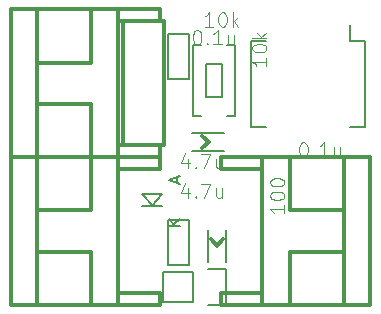
<source format=gbr>
G04 #@! TF.FileFunction,Legend,Top*
%FSLAX46Y46*%
G04 Gerber Fmt 4.6, Leading zero omitted, Abs format (unit mm)*
G04 Created by KiCad (PCBNEW 4.0.5) date 01/12/17 11:30:12*
%MOMM*%
%LPD*%
G01*
G04 APERTURE LIST*
%ADD10C,0.100000*%
%ADD11C,0.300000*%
%ADD12C,0.150000*%
%ADD13C,0.101600*%
G04 APERTURE END LIST*
D10*
D11*
X30200000Y-12500000D02*
X30200000Y-25000000D01*
X17600000Y-12500000D02*
X30200000Y-12500000D01*
X21100000Y-13500000D02*
X17600000Y-13500000D01*
X17600000Y-13500000D02*
X17600000Y-12500000D01*
X21100000Y-25000000D02*
X21100000Y-12500000D01*
X23400000Y-17000000D02*
X28000000Y-17000000D01*
X23400000Y-17000000D02*
X23400000Y-12500000D01*
X28000000Y-20500000D02*
X23400000Y-20500000D01*
X23400000Y-20500000D02*
X23400000Y-25000000D01*
X28000000Y-25000000D02*
X28000000Y-12500000D01*
X17600000Y-25000000D02*
X30200000Y-25000000D01*
X17600000Y-25000000D02*
X17600000Y-24000000D01*
X17600000Y-24000000D02*
X21100000Y-24000000D01*
X-200000Y-25000000D02*
X-200000Y-12500000D01*
X12400000Y-25000000D02*
X-200000Y-25000000D01*
X8900000Y-24000000D02*
X12400000Y-24000000D01*
X12400000Y-24000000D02*
X12400000Y-25000000D01*
X8900000Y-12500000D02*
X8900000Y-25000000D01*
X6600000Y-20500000D02*
X2000000Y-20500000D01*
X6600000Y-20500000D02*
X6600000Y-25000000D01*
X2000000Y-17000000D02*
X6600000Y-17000000D01*
X6600000Y-17000000D02*
X6600000Y-12500000D01*
X2000000Y-12500000D02*
X2000000Y-25000000D01*
X12400000Y-12500000D02*
X-200000Y-12500000D01*
X12400000Y-12500000D02*
X12400000Y-13500000D01*
X12400000Y-13500000D02*
X8900000Y-13500000D01*
X17250000Y-20050000D02*
X17750000Y-19450000D01*
X17250000Y-20050000D02*
X16750000Y-19450000D01*
D12*
X18000000Y-21350000D02*
X18000000Y-18650000D01*
X16500000Y-21350000D02*
X16500000Y-18650000D01*
D11*
X16550000Y-11250000D02*
X15950000Y-10750000D01*
X16550000Y-11250000D02*
X15950000Y-11750000D01*
D12*
X17850000Y-10500000D02*
X15150000Y-10500000D01*
X17850000Y-12000000D02*
X15150000Y-12000000D01*
X14889000Y-5905000D02*
X14889000Y-2095000D01*
X14889000Y-2095000D02*
X13111000Y-2095000D01*
X13111000Y-2095000D02*
X13111000Y-5905000D01*
X14889000Y-5905000D02*
X13111000Y-5905000D01*
D11*
X12800000Y-1000000D02*
X12800000Y-11500000D01*
X12800000Y-11500000D02*
X9300000Y-11500000D01*
X9300000Y-11500000D02*
X9300000Y-1000000D01*
X9300000Y-1000000D02*
X12800000Y-1000000D01*
D12*
X15230000Y-24770000D02*
X12690000Y-24770000D01*
X18050000Y-25050000D02*
X16500000Y-25050000D01*
X15230000Y-24770000D02*
X15230000Y-22230000D01*
X16500000Y-21950000D02*
X18050000Y-21950000D01*
X18050000Y-21950000D02*
X18050000Y-25050000D01*
X15230000Y-22230000D02*
X12690000Y-22230000D01*
X12690000Y-22230000D02*
X12690000Y-24770000D01*
X16300000Y-7400000D02*
X16300000Y-4600000D01*
X16300000Y-4600000D02*
X17700000Y-4600000D01*
X17700000Y-4600000D02*
X17700000Y-7400000D01*
X17700000Y-7400000D02*
X16300000Y-7400000D01*
X15250000Y-3000000D02*
X15900000Y-3000000D01*
X18750000Y-3000000D02*
X18100000Y-3000000D01*
X18100000Y-9000000D02*
X18750000Y-9000000D01*
X15250000Y-9000000D02*
X15900000Y-9000000D01*
X15250000Y-3000000D02*
X15250000Y-9000000D01*
X18750000Y-9000000D02*
X18750000Y-3000000D01*
D11*
X-200000Y-12500000D02*
X-200000Y0D01*
X12400000Y-12500000D02*
X-200000Y-12500000D01*
X8900000Y-11500000D02*
X12400000Y-11500000D01*
X12400000Y-11500000D02*
X12400000Y-12500000D01*
X8900000Y0D02*
X8900000Y-12500000D01*
X6600000Y-8000000D02*
X2000000Y-8000000D01*
X6600000Y-8000000D02*
X6600000Y-12500000D01*
X2000000Y-4500000D02*
X6600000Y-4500000D01*
X6600000Y-4500000D02*
X6600000Y0D01*
X2000000Y0D02*
X2000000Y-12500000D01*
X12400000Y0D02*
X-200000Y0D01*
X12400000Y0D02*
X12400000Y-1000000D01*
X12400000Y-1000000D02*
X8900000Y-1000000D01*
D12*
X13111000Y-17845000D02*
X13111000Y-21655000D01*
X13111000Y-21655000D02*
X14889000Y-21655000D01*
X14889000Y-21655000D02*
X14889000Y-17845000D01*
X13111000Y-17845000D02*
X14889000Y-17845000D01*
X11800800Y-16650240D02*
X10900000Y-15649480D01*
X10900000Y-15649480D02*
X12600000Y-15649480D01*
X12600000Y-15649480D02*
X11750000Y-16650240D01*
X10900000Y-16650240D02*
X12600000Y-16650240D01*
X29795000Y-2635000D02*
X28525000Y-2635000D01*
X29795000Y-9985000D02*
X28525000Y-9985000D01*
X20125000Y-9985000D02*
X21395000Y-9985000D01*
X20125000Y-2635000D02*
X21395000Y-2635000D01*
X29795000Y-2635000D02*
X29795000Y-9985000D01*
X20125000Y-2635000D02*
X20125000Y-9985000D01*
X28525000Y-2635000D02*
X28525000Y-1350000D01*
D13*
X24517071Y-11236048D02*
X24631976Y-11236048D01*
X24746881Y-11293500D01*
X24804333Y-11350952D01*
X24861786Y-11465857D01*
X24919238Y-11695667D01*
X24919238Y-11982929D01*
X24861786Y-12212738D01*
X24804333Y-12327643D01*
X24746881Y-12385095D01*
X24631976Y-12442548D01*
X24517071Y-12442548D01*
X24402167Y-12385095D01*
X24344714Y-12327643D01*
X24287262Y-12212738D01*
X24229810Y-11982929D01*
X24229810Y-11695667D01*
X24287262Y-11465857D01*
X24344714Y-11350952D01*
X24402167Y-11293500D01*
X24517071Y-11236048D01*
X25436310Y-12327643D02*
X25493762Y-12385095D01*
X25436310Y-12442548D01*
X25378858Y-12385095D01*
X25436310Y-12327643D01*
X25436310Y-12442548D01*
X26642810Y-12442548D02*
X25953382Y-12442548D01*
X26298096Y-12442548D02*
X26298096Y-11236048D01*
X26183191Y-11408405D01*
X26068286Y-11523310D01*
X25953382Y-11580762D01*
X27676953Y-11638214D02*
X27676953Y-12442548D01*
X27159882Y-11638214D02*
X27159882Y-12270190D01*
X27217334Y-12385095D01*
X27332239Y-12442548D01*
X27504596Y-12442548D01*
X27619501Y-12385095D01*
X27676953Y-12327643D01*
X14804333Y-12638214D02*
X14804333Y-13442548D01*
X14517071Y-12178595D02*
X14229810Y-13040381D01*
X14976690Y-13040381D01*
X15436310Y-13327643D02*
X15493762Y-13385095D01*
X15436310Y-13442548D01*
X15378858Y-13385095D01*
X15436310Y-13327643D01*
X15436310Y-13442548D01*
X15895929Y-12236048D02*
X16700262Y-12236048D01*
X16183191Y-13442548D01*
X17676953Y-12638214D02*
X17676953Y-13442548D01*
X17159882Y-12638214D02*
X17159882Y-13270190D01*
X17217334Y-13385095D01*
X17332239Y-13442548D01*
X17504596Y-13442548D01*
X17619501Y-13385095D01*
X17676953Y-13327643D01*
X14804333Y-15138214D02*
X14804333Y-15942548D01*
X14517071Y-14678595D02*
X14229810Y-15540381D01*
X14976690Y-15540381D01*
X15436310Y-15827643D02*
X15493762Y-15885095D01*
X15436310Y-15942548D01*
X15378858Y-15885095D01*
X15436310Y-15827643D01*
X15436310Y-15942548D01*
X15895929Y-14736048D02*
X16700262Y-14736048D01*
X16183191Y-15942548D01*
X17676953Y-15138214D02*
X17676953Y-15942548D01*
X17159882Y-15138214D02*
X17159882Y-15770190D01*
X17217334Y-15885095D01*
X17332239Y-15942548D01*
X17504596Y-15942548D01*
X17619501Y-15885095D01*
X17676953Y-15827643D01*
X15517071Y-1736048D02*
X15631976Y-1736048D01*
X15746881Y-1793500D01*
X15804333Y-1850952D01*
X15861786Y-1965857D01*
X15919238Y-2195667D01*
X15919238Y-2482929D01*
X15861786Y-2712738D01*
X15804333Y-2827643D01*
X15746881Y-2885095D01*
X15631976Y-2942548D01*
X15517071Y-2942548D01*
X15402167Y-2885095D01*
X15344714Y-2827643D01*
X15287262Y-2712738D01*
X15229810Y-2482929D01*
X15229810Y-2195667D01*
X15287262Y-1965857D01*
X15344714Y-1850952D01*
X15402167Y-1793500D01*
X15517071Y-1736048D01*
X16436310Y-2827643D02*
X16493762Y-2885095D01*
X16436310Y-2942548D01*
X16378858Y-2885095D01*
X16436310Y-2827643D01*
X16436310Y-2942548D01*
X17642810Y-2942548D02*
X16953382Y-2942548D01*
X17298096Y-2942548D02*
X17298096Y-1736048D01*
X17183191Y-1908405D01*
X17068286Y-2023310D01*
X16953382Y-2080762D01*
X18676953Y-2138214D02*
X18676953Y-2942548D01*
X18159882Y-2138214D02*
X18159882Y-2770190D01*
X18217334Y-2885095D01*
X18332239Y-2942548D01*
X18504596Y-2942548D01*
X18619501Y-2885095D01*
X18676953Y-2827643D01*
X21442548Y-4080762D02*
X21442548Y-4770190D01*
X21442548Y-4425476D02*
X20236048Y-4425476D01*
X20408405Y-4540381D01*
X20523310Y-4655286D01*
X20580762Y-4770190D01*
X20236048Y-3333881D02*
X20236048Y-3218976D01*
X20293500Y-3104071D01*
X20350952Y-3046619D01*
X20465857Y-2989166D01*
X20695667Y-2931714D01*
X20982929Y-2931714D01*
X21212738Y-2989166D01*
X21327643Y-3046619D01*
X21385095Y-3104071D01*
X21442548Y-3218976D01*
X21442548Y-3333881D01*
X21385095Y-3448785D01*
X21327643Y-3506238D01*
X21212738Y-3563690D01*
X20982929Y-3621142D01*
X20695667Y-3621142D01*
X20465857Y-3563690D01*
X20350952Y-3506238D01*
X20293500Y-3448785D01*
X20236048Y-3333881D01*
X21442548Y-2414642D02*
X20236048Y-2414642D01*
X20982929Y-2299737D02*
X21442548Y-1955023D01*
X20638214Y-1955023D02*
X21097833Y-2414642D01*
X16919238Y-1442548D02*
X16229810Y-1442548D01*
X16574524Y-1442548D02*
X16574524Y-236048D01*
X16459619Y-408405D01*
X16344714Y-523310D01*
X16229810Y-580762D01*
X17666119Y-236048D02*
X17781024Y-236048D01*
X17895929Y-293500D01*
X17953381Y-350952D01*
X18010834Y-465857D01*
X18068286Y-695667D01*
X18068286Y-982929D01*
X18010834Y-1212738D01*
X17953381Y-1327643D01*
X17895929Y-1385095D01*
X17781024Y-1442548D01*
X17666119Y-1442548D01*
X17551215Y-1385095D01*
X17493762Y-1327643D01*
X17436310Y-1212738D01*
X17378858Y-982929D01*
X17378858Y-695667D01*
X17436310Y-465857D01*
X17493762Y-350952D01*
X17551215Y-293500D01*
X17666119Y-236048D01*
X18585358Y-1442548D02*
X18585358Y-236048D01*
X18700263Y-982929D02*
X19044977Y-1442548D01*
X19044977Y-638214D02*
X18585358Y-1097833D01*
X22942548Y-16580762D02*
X22942548Y-17270190D01*
X22942548Y-16925476D02*
X21736048Y-16925476D01*
X21908405Y-17040381D01*
X22023310Y-17155286D01*
X22080762Y-17270190D01*
X21736048Y-15833881D02*
X21736048Y-15718976D01*
X21793500Y-15604071D01*
X21850952Y-15546619D01*
X21965857Y-15489166D01*
X22195667Y-15431714D01*
X22482929Y-15431714D01*
X22712738Y-15489166D01*
X22827643Y-15546619D01*
X22885095Y-15604071D01*
X22942548Y-15718976D01*
X22942548Y-15833881D01*
X22885095Y-15948785D01*
X22827643Y-16006238D01*
X22712738Y-16063690D01*
X22482929Y-16121142D01*
X22195667Y-16121142D01*
X21965857Y-16063690D01*
X21850952Y-16006238D01*
X21793500Y-15948785D01*
X21736048Y-15833881D01*
X21736048Y-14684833D02*
X21736048Y-14569928D01*
X21793500Y-14455023D01*
X21850952Y-14397571D01*
X21965857Y-14340118D01*
X22195667Y-14282666D01*
X22482929Y-14282666D01*
X22712738Y-14340118D01*
X22827643Y-14397571D01*
X22885095Y-14455023D01*
X22942548Y-14569928D01*
X22942548Y-14684833D01*
X22885095Y-14799737D01*
X22827643Y-14857190D01*
X22712738Y-14914642D01*
X22482929Y-14972094D01*
X22195667Y-14972094D01*
X21965857Y-14914642D01*
X21850952Y-14857190D01*
X21793500Y-14799737D01*
X21736048Y-14684833D01*
D12*
X14152381Y-18311905D02*
X13152381Y-18311905D01*
X14152381Y-17740476D02*
X13580952Y-18169048D01*
X13152381Y-17740476D02*
X13723810Y-18311905D01*
X13866667Y-14688095D02*
X13866667Y-14211904D01*
X14152381Y-14783333D02*
X13152381Y-14450000D01*
X14152381Y-14116666D01*
M02*

</source>
